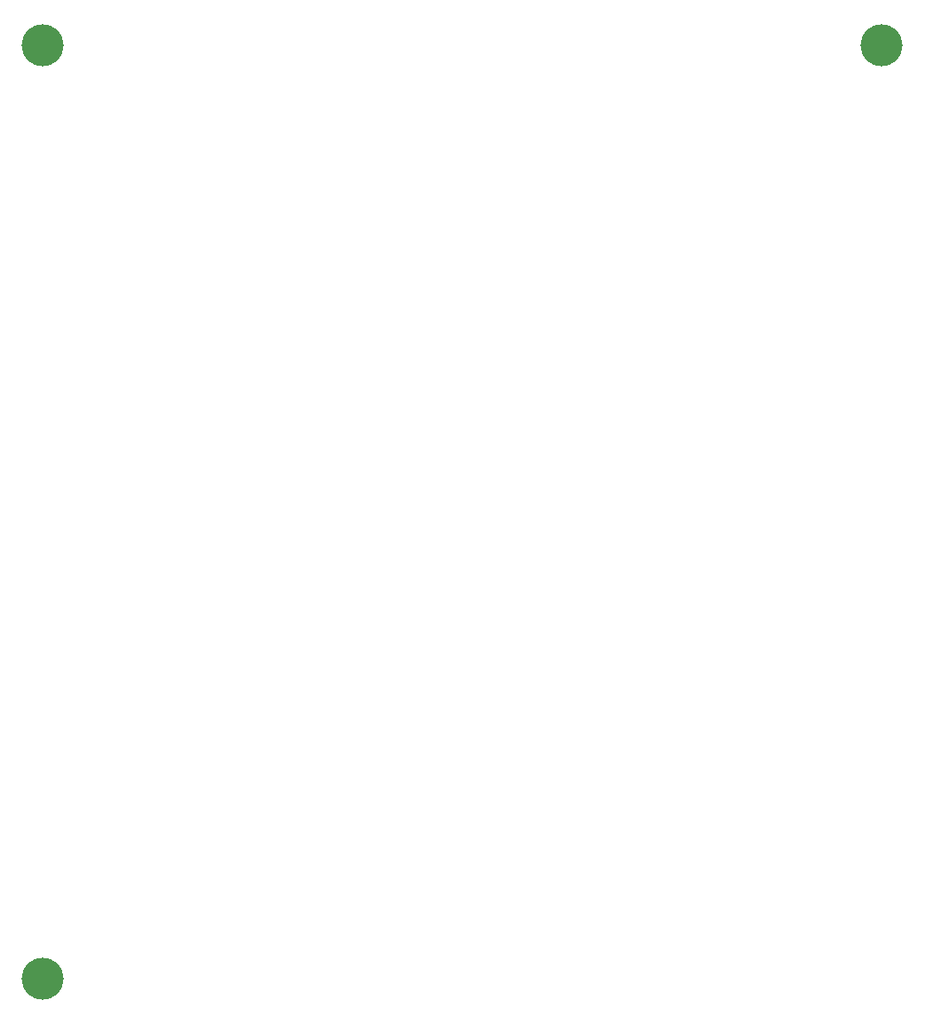
<source format=gbr>
%TF.GenerationSoftware,KiCad,Pcbnew,7.0.6-1.fc38*%
%TF.CreationDate,2023-07-31T16:19:08-04:00*%
%TF.ProjectId,bno085-i2c-board-v4-square-panel,626e6f30-3835-42d6-9932-632d626f6172,rev?*%
%TF.SameCoordinates,Original*%
%TF.FileFunction,Paste,Bot*%
%TF.FilePolarity,Positive*%
%FSLAX46Y46*%
G04 Gerber Fmt 4.6, Leading zero omitted, Abs format (unit mm)*
G04 Created by KiCad (PCBNEW 7.0.6-1.fc38) date 2023-07-31 16:19:08*
%MOMM*%
%LPD*%
G01*
G04 APERTURE LIST*
%ADD10C,4.000000*%
G04 APERTURE END LIST*
D10*
%TO.C,REF\u002A\u002A*%
X2500000Y-91500000D03*
%TD*%
%TO.C,REF\u002A\u002A*%
X82500000Y-2500000D03*
%TD*%
%TO.C,REF\u002A\u002A*%
X2500000Y-2500000D03*
%TD*%
M02*

</source>
